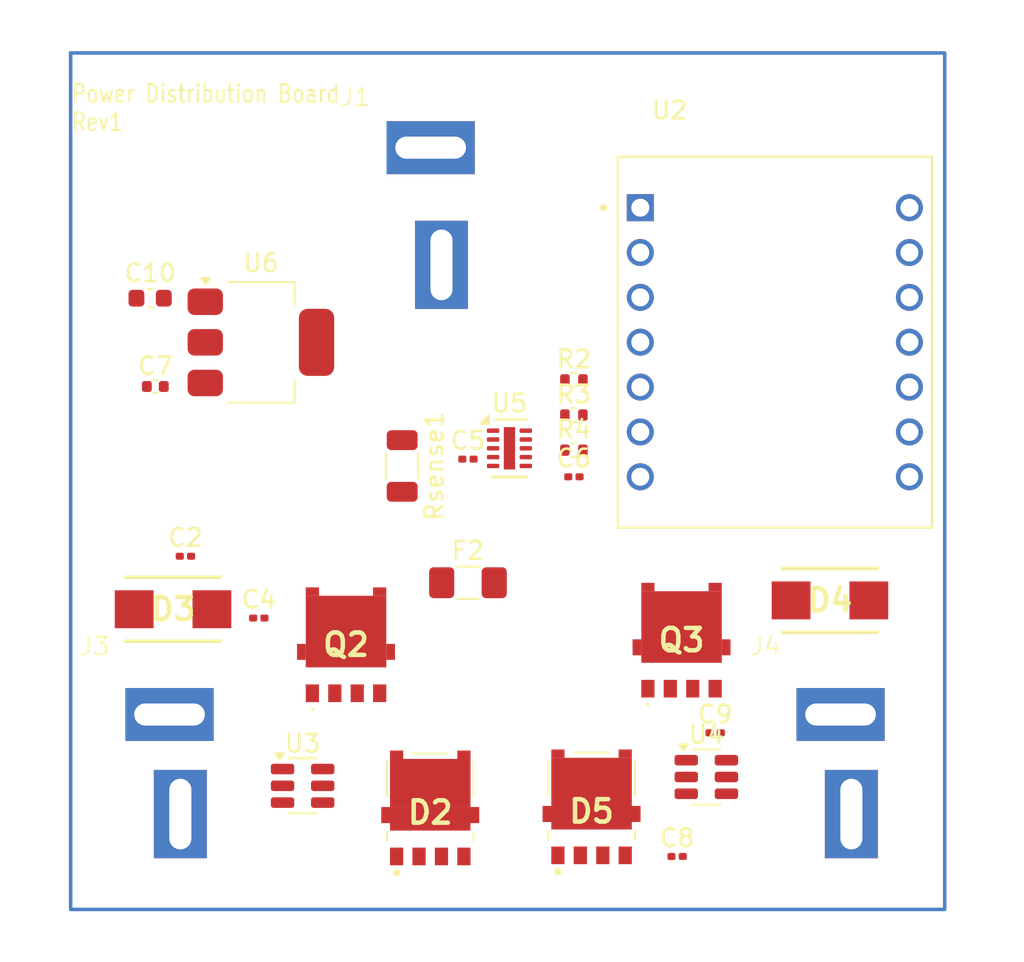
<source format=kicad_pcb>
(kicad_pcb (version 20240108) (generator "pcbnew") (generator_version "8.0")
  (layers (0 "F.Cu" signal) (1 "In1.Cu" signal) (2 "In2.Cu" signal) (31 "B.Cu" signal) (34 "B.Paste" user) (35 "F.Paste" user) (36 "B.SilkS" user "B.Silkscreen") (37 "F.SilkS" user "F.Silkscreen") (38 "B.Mask" user) (39 "F.Mask" user) (44 "Edge.Cuts" user))
  (net 0 "")
  (net 1 "Battery1")
  (net 2 "Net-(Q2-G)")
  (net 3 "Battery2")
  (net 4 "GND")
  (net 9 "Net-(J1-Pin_1)")
  (net 10 "Net-(U5-CFN)")
  (net 14 "Net-(U5-CFP)")
  (net 15 "3V3 ESP32")
  (net 16 "5 LinReg")
  (net 17 "Net-(U5-V_{REG})")
  (net 18 "Net-(U5-SENSEP)")
  (net 19 "Net-(U2-GPIO3{slash}A1{slash}D1)")
  (net 20 "Net-(U5-SENSEN)")
  (net 22 "Net-(U3-EN)")
  (net 23 "Net-(C7-Pad1)")
  (net 24 "Net-(U4-EN)")
  (net 26 "Battery1_Supply")
  (net 33 "Net-(Q3-G)")
  (net 35 "SDA")
  (net 36 "SCL")
  (footprint "Resistor_SMD:R_1206_3216Metric" (layer "F.Cu") (at 122.775 106.8875 -90)
    (property "Reference" "Rsense1" (at 0 -1.82 90) (layer "F.SilkS"))
    (property "Value" "50 mOhms")
    (fp_line (start -0.727064 0.91) (end 0.727064 0.91) (stroke (width 0.12)) (layer "F.SilkS"))
    (fp_line (start -0.727064 -0.91) (end 0.727064 -0.91) (stroke (width 0.12)) (layer "F.SilkS"))
    (pad "1" smd roundrect (at -1.4625 0 270) (size 1.125 1.75) (layers "F.Cu" "F.Paste" "F.Mask") (roundrect_rratio 0.222222) (net 9 "Net-(J1-Pin_1)"))
    (pad "2" smd roundrect (at 1.4625 0 270) (size 1.125 1.75) (layers "F.Cu" "F.Paste" "F.Mask") (roundrect_rratio 0.222222) (net 18 "Net-(U5-SENSEP)"))
  )
  (footprint "Resistor_SMD:R_0402_1005Metric" (layer "F.Cu") (at 132.5 102.01)
    (property "Reference" "R2" (at 0 -1.17 0) (layer "F.SilkS"))
    (property "Value" "2k")
    (fp_line (start -0.153641 -0.38) (end 0.153641 -0.38) (stroke (width 0.12)) (layer "F.SilkS"))
    (fp_line (start -0.153641 0.38) (end 0.153641 0.38) (stroke (width 0.12)) (layer "F.SilkS"))
    (pad "1" smd roundrect (at -0.51 0) (size 0.54 0.64) (layers "F.Cu" "F.Paste" "F.Mask") (net 15 "3V3 ESP32"))
    (pad "2" smd roundrect (at 0.51 0) (size 0.54 0.64) (layers "F.Cu" "F.Paste" "F.Mask") (net 19 "Net-(U2-GPIO3{slash}A1{slash}D1)"))
  )
  (footprint "21xt_footprints:SMBJ33CA" (layer "F.Cu") (at 147 114.5)
    (property "Reference" "D4" (at 0 0 0) (layer "F.SilkS") (effects (font (size 1.27 1.27) (thickness 0.254))))
    (property "Value" "SMBJ33CA" (hide yes))
    (fp_line (start -2.7 1.81) (end 2.7 1.81) (stroke (width 0.2)) (layer "F.SilkS"))
    (fp_line (start 2.7 -1.81) (end -2.7 -1.81) (stroke (width 0.2)) (layer "F.SilkS"))
    (pad "1" smd rect (at -2.2 0 90) (size 2.15 2.2) (layers "F.Cu" "F.Paste" "F.Mask") (net 4 "GND"))
    (pad "2" smd rect (at 2.2 0 90) (size 2.15 2.2) (layers "F.Cu" "F.Paste" "F.Mask") (net 1 "Battery1"))
  )
  (footprint "21xt_footprints:NTMFWS1D5N08XT1G" (layer "F.Cu") (at 138.595 116.752)
    (property "Reference" "Q3" (at 0 0.001 0) (layer "F.SilkS") (effects (font (size 1.27 1.27) (thickness 0.254))))
    (property "Value" "NVMFWS2D1N08XT1G" (hide yes))
    (fp_line (start -1.905 3.6) (end -1.905 3.6) (stroke (width 0.1)) (layer "F.SilkS"))
    (fp_line (start -1.905 3.7) (end -1.905 3.7) (stroke (width 0.1)) (layer "F.SilkS"))
    (fp_arc (start -1.905 3.6) (mid -1.855 3.65) (end -1.905 3.7) (stroke (width 0.1)) (layer "F.SilkS"))
    (fp_arc (start -1.905 3.7) (mid -1.955 3.65) (end -1.905 3.6) (stroke (width 0.1)) (layer "F.SilkS"))
    (pad "1" smd rect (at -1.905 2.748) (size 0.75 1) (layers "F.Cu" "F.Paste" "F.Mask"))
    (pad "2" smd rect (at -0.635 2.748) (size 0.75 1) (layers "F.Cu" "F.Paste" "F.Mask"))
    (pad "3" smd rect (at 0.635 2.748) (size 0.75 1) (layers "F.Cu" "F.Paste" "F.Mask"))
    (pad "4" smd rect (at 1.905 2.748) (size 0.75 1) (layers "F.Cu" "F.Paste" "F.Mask") (net 33 "Net-(Q3-G)"))
    (pad "5" smd rect (at 0 -0.745 90) (size 4.055 4.56) (layers "F.Cu" "F.Paste" "F.Mask") (net 26 "Battery1_Supply"))
    (pad "6" smd rect (at -1.905 -3.01 90) (size 0.475 0.75) (layers "F.Cu" "F.Paste" "F.Mask") (net 26 "Battery1_Supply"))
    (pad "7" smd rect (at -2.527 0.405) (size 0.495 0.905) (layers "F.Cu" "F.Paste" "F.Mask") (net 26 "Battery1_Supply"))
    (pad "8" smd rect (at 2.527 0.405) (size 0.495 0.905) (layers "F.Cu" "F.Paste" "F.Mask") (net 26 "Battery1_Supply"))
    (pad "9" smd rect (at 1.905 -3.01 90) (size 0.475 0.75) (layers "F.Cu" "F.Paste" "F.Mask") (net 26 "Battery1_Supply"))
  )
  (footprint "Capacitor_SMD:C_0201_0603Metric" (layer "F.Cu") (at 114.655 115.5)
    (property "Reference" "C4" (at 0 -1.05 0) (layer "F.SilkS"))
    (property "Value" "10 uF")
    (pad "1" smd roundrect (at -0.32 0) (size 0.46 0.4) (layers "F.Cu" "F.Mask") (net 22 "Net-(U3-EN)"))
    (pad "2" smd roundrect (at 0.32 0) (size 0.46 0.4) (layers "F.Cu" "F.Mask") (net 3 "Battery2"))
  )
  (footprint "21xt_footprints:Deans Connector Female" (layer "F.Cu") (at 120.1375 86.5)
    (property "Reference" "J1" (at 0 -0.5 0) (layer "F.SilkS") (effects (font (thickness 0.1))))
    (property "Value" "Conn_01x02")
    (pad "1" thru_hole rect (at 4.25 2.3625) (size 5 3) (drill oval 4 1.25) (layers "*.Cu" "*.Mask") (net 9 "Net-(J1-Pin_1)"))
    (pad "2" thru_hole rect (at 4.8625 9 90) (size 5 3) (drill oval 4 1.25) (layers "*.Cu" "*.Mask") (net 4 "GND"))
  )
  (footprint "Capacitor_SMD:C_0201_0603Metric" (layer "F.Cu") (at 110.5 112)
    (property "Reference" "C2" (at 0 -1.05 0) (layer "F.SilkS"))
    (property "Value" "10 uF")
    (pad "1" smd roundrect (at -0.32 0) (size 0.46 0.4) (layers "F.Cu" "F.Mask") (net 4 "GND"))
    (pad "2" smd roundrect (at 0.32 0) (size 0.46 0.4) (layers "F.Cu" "F.Mask") (net 3 "Battery2"))
  )
  (footprint "Package_TO_SOT_SMD:SOT-223-3_TabPin2" (layer "F.Cu") (at 114.775 99.8875)
    (property "Reference" "U6" (at 0 -4.5 0) (layer "F.SilkS"))
    (property "Value" "TLV76150DCY")
    (fp_line (start -1.85 -3.41) (end 1.91 -3.41) (stroke (width 0.12)) (layer "F.SilkS"))
    (fp_line (start -1.85 3.41) (end 1.91 3.41) (stroke (width 0.12)) (layer "F.SilkS"))
    (fp_line (start 1.91 -3.41) (end 1.91 -2.15) (stroke (width 0.12)) (layer "F.SilkS"))
    (fp_line (start 1.91 3.41) (end 1.91 2.15) (stroke (width 0.12)) (layer "F.SilkS"))
    (fp_poly (pts (xy -3.13 -3.31) (xy -3.37 -3.64) (xy -2.89 -3.64) (xy -3.13 -3.31)) (stroke (width 0.12)) (fill solid) (layer "F.SilkS"))
    (pad "1" smd roundrect (at -3.15 -2.3) (size 2 1.5) (layers "F.Cu" "F.Paste" "F.Mask") (net 4 "GND"))
    (pad "2" smd roundrect (at -3.15 0) (size 2 1.5) (layers "F.Cu" "F.Paste" "F.Mask") (net 16 "5 LinReg"))
    (pad "2" smd roundrect (at 3.15 0) (size 2 3.8) (layers "F.Cu" "F.Paste" "F.Mask") (net 16 "5 LinReg"))
    (pad "3" smd roundrect (at -3.15 2.3) (size 2 1.5) (layers "F.Cu" "F.Paste" "F.Mask") (net 9 "Net-(J1-Pin_1)"))
  )
  (footprint "Capacitor_SMD:C_0201_0603Metric" (layer "F.Cu") (at 138.345 129)
    (property "Reference" "C8" (at 0 -1.05 0) (layer "F.SilkS"))
    (property "Value" "10 uF")
    (pad "1" smd roundrect (at -0.32 0) (size 0.46 0.4) (layers "F.Cu" "F.Mask") (net 24 "Net-(U4-EN)"))
    (pad "2" smd roundrect (at 0.32 0) (size 0.46 0.4) (layers "F.Cu" "F.Mask") (net 1 "Battery1"))
  )
  (footprint "Capacitor_SMD:C_0201_0603Metric" (layer "F.Cu") (at 140.5 122)
    (property "Reference" "C9" (at 0 -1.05 0) (layer "F.SilkS"))
    (property "Value" "10 uF")
    (pad "1" smd roundrect (at -0.32 0) (size 0.46 0.4) (layers "F.Cu" "F.Mask") (net 4 "GND"))
    (pad "2" smd roundrect (at 0.32 0) (size 0.46 0.4) (layers "F.Cu" "F.Mask") (net 1 "Battery1"))
  )
  (footprint "Resistor_SMD:R_0402_1005Metric" (layer "F.Cu") (at 132.5 105.99)
    (property "Reference" "R4" (at 0 -1.17 0) (layer "F.SilkS"))
    (property "Value" "2k")
    (fp_line (start -0.153641 -0.38) (end 0.153641 -0.38) (stroke (width 0.12)) (layer "F.SilkS"))
    (fp_line (start -0.153641 0.38) (end 0.153641 0.38) (stroke (width 0.12)) (layer "F.SilkS"))
    (pad "1" smd roundrect (at -0.51 0) (size 0.54 0.64) (layers "F.Cu" "F.Paste" "F.Mask") (net 15 "3V3 ESP32"))
    (pad "2" smd roundrect (at 0.51 0) (size 0.54 0.64) (layers "F.Cu" "F.Paste" "F.Mask") (net 36 "SCL"))
  )
  (footprint "Capacitor_SMD:C_0603_1608Metric" (layer "F.Cu") (at 108.5 97.3875)
    (property "Reference" "C10" (at 0 -1.43 0) (layer "F.SilkS"))
    (property "Value" "100uF")
    (fp_line (start -0.14058 -0.51) (end 0.14058 -0.51) (stroke (width 0.12)) (layer "F.SilkS"))
    (fp_line (start -0.14058 0.51) (end 0.14058 0.51) (stroke (width 0.12)) (layer "F.SilkS"))
    (pad "1" smd roundrect (at -0.775 0) (size 0.9 0.95) (layers "F.Cu" "F.Paste" "F.Mask") (net 9 "Net-(J1-Pin_1)"))
    (pad "2" smd roundrect (at 0.775 0) (size 0.9 0.95) (layers "F.Cu" "F.Paste" "F.Mask") (net 4 "GND"))
  )
  (footprint "21xt_footprints:Deans Connector Male" (layer "F.Cu") (at 143.35 117.6)
    (property "Reference" "J4" (at 0 -0.5 0) (layer "F.SilkS") (effects (font (thickness 0.1))))
    (property "Value" "Conn_01x02")
    (pad "1" thru_hole rect (at 4.25 3.3625 180) (size 5 3) (drill oval 4 1.25) (layers "*.Cu" "*.Mask") (net 1 "Battery1"))
    (pad "2" thru_hole rect (at 4.8625 9 270) (size 5 3) (drill oval 4 1.25) (layers "*.Cu" "*.Mask") (net 4 "GND"))
  )
  (footprint "Capacitor_SMD:C_0402_1005Metric" (layer "F.Cu") (at 108.795 102.3875)
    (property "Reference" "C7" (at 0 -1.16 0) (layer "F.SilkS"))
    (property "Value" "10uF")
    (fp_line (start -0.107836 -0.36) (end 0.107836 -0.36) (stroke (width 0.12)) (layer "F.SilkS"))
    (fp_line (start -0.107836 0.36) (end 0.107836 0.36) (stroke (width 0.12)) (layer "F.SilkS"))
    (pad "1" smd roundrect (at -0.48 0) (size 0.56 0.62) (layers "F.Cu" "F.Paste" "F.Mask") (net 23 "Net-(C7-Pad1)"))
    (pad "2" smd roundrect (at 0.48 0) (size 0.56 0.62) (layers "F.Cu" "F.Paste" "F.Mask") (net 4 "GND"))
  )
  (footprint "Capacitor_SMD:C_0201_0603Metric" (layer "F.Cu") (at 132.5 107.5)
    (property "Reference" "C6" (at 0 -1.05 0) (layer "F.SilkS"))
    (property "Value" "1 uF")
    (pad "1" smd roundrect (at -0.32 0) (size 0.46 0.4) (layers "F.Cu" "F.Mask") (net 17 "Net-(U5-V_{REG})"))
    (pad "2" smd roundrect (at 0.32 0) (size 0.46 0.4) (layers "F.Cu" "F.Mask") (net 4 "GND"))
  )
  (footprint "Package_TO_SOT_SMD:SOT-23-6" (layer "F.Cu") (at 140 124.5)
    (property "Reference" "U4" (at 0 -2.4 0) (layer "F.SilkS"))
    (property "Value" "LM74700")
    (fp_line (start 0 -1.56) (end -0.8 -1.56) (stroke (width 0.12)) (layer "F.SilkS"))
    (fp_line (start 0 -1.56) (end 0.8 -1.56) (stroke (width 0.12)) (layer "F.SilkS"))
    (fp_line (start 0 1.56) (end -0.8 1.56) (stroke (width 0.12)) (layer "F.SilkS"))
    (fp_line (start 0 1.56) (end 0.8 1.56) (stroke (width 0.12)) (layer "F.SilkS"))
    (fp_poly (pts (xy -1.3 -1.51) (xy -1.54 -1.84) (xy -1.06 -1.84) (xy -1.3 -1.51)) (stroke (width 0.12)) (fill solid) (layer "F.SilkS"))
    (pad "1" smd roundrect (at -1.1375 -0.95) (size 1.325 0.6) (layers "F.Cu" "F.Paste" "F.Mask") (net 24 "Net-(U4-EN)"))
    (pad "2" smd roundrect (at -1.1375 0) (size 1.325 0.6) (layers "F.Cu" "F.Paste" "F.Mask") (net 4 "GND"))
    (pad "3" smd roundrect (at -1.1375 0.95) (size 1.325 0.6) (layers "F.Cu" "F.Paste" "F.Mask") (net 24 "Net-(U4-EN)"))
    (pad "4" smd roundrect (at 1.1375 0.95) (size 1.325 0.6) (layers "F.Cu" "F.Paste" "F.Mask") (net 26 "Battery1_Supply"))
    (pad "5" smd roundrect (at 1.1375 0) (size 1.325 0.6) (layers "F.Cu" "F.Paste" "F.Mask") (net 33 "Net-(Q3-G)"))
    (pad "6" smd roundrect (at 1.1375 -0.95) (size 1.325 0.6) (layers "F.Cu" "F.Paste" "F.Mask") (net 1 "Battery1"))
  )
  (footprint "Package_DFN_QFN:DFN-10-1EP_2x3mm_P0.5mm_EP0.64x2.4mm" (layer "F.Cu") (at 128.85 105.8875)
    (property "Reference" "U5" (at 0 -2.55 0) (layer "F.SilkS"))
    (property "Value" "LTC2959")
    (fp_line (start -1 1.625) (end 1 1.625) (stroke (width 0.15)) (layer "F.SilkS"))
    (fp_line (start -0.77 -1.625) (end 1 -1.625) (stroke (width 0.15)) (layer "F.SilkS"))
    (fp_poly (pts (xy -1.16 -1.39) (xy -1.64 -1.39) (xy -1.16 -1.87) (xy -1.16 -1.39)) (stroke (width 0.12)) (fill solid) (layer "F.SilkS"))
    (pad "1" smd roundrect (at -0.925 -1) (size 0.7 0.25) (layers "F.Cu" "F.Paste" "F.Mask") (net 16 "5 LinReg"))
    (pad "2" smd roundrect (at -0.925 -0.5) (size 0.7 0.25) (layers "F.Cu" "F.Paste" "F.Mask") (net 18 "Net-(U5-SENSEP)"))
    (pad "3" smd roundrect (at -0.925 0) (size 0.7 0.25) (layers "F.Cu" "F.Paste" "F.Mask") (net 14 "Net-(U5-CFP)"))
    (pad "4" smd roundrect (at -0.925 0.5) (size 0.7 0.25) (layers "F.Cu" "F.Paste" "F.Mask") (net 10 "Net-(U5-CFN)"))
    (pad "5" smd roundrect (at -0.925 1) (size 0.7 0.25) (layers "F.Cu" "F.Paste" "F.Mask") (net 20 "Net-(U5-SENSEN)"))
    (pad "6" smd roundrect (at 0.925 1) (size 0.7 0.25) (layers "F.Cu" "F.Paste" "F.Mask") (net 36 "SCL"))
    (pad "7" smd roundrect (at 0.925 0.5) (size 0.7 0.25) (layers "F.Cu" "F.Paste" "F.Mask") (net 35 "SDA"))
    (pad "8" smd roundrect (at 0.925 0) (size 0.7 0.25) (layers "F.Cu" "F.Paste" "F.Mask") (net 15 "3V3 ESP32"))
    (pad "9" smd roundrect (at 0.925 -0.5) (size 0.7 0.25) (layers "F.Cu" "F.Paste" "F.Mask") (net 17 "Net-(U5-V_{REG})"))
    (pad "10" smd roundrect (at 0.925 -1) (size 0.7 0.25) (layers "F.Cu" "F.Paste" "F.Mask") (net 4 "GND"))
    (pad "11" smd rect (at 0 0) (size 0.64 2.4) (layers "F.Cu" "F.Mask"))
  )
  (footprint "21xt_footprints:NRVTS10100EMFST1G" (layer "F.Cu") (at 122.46 129.021)
    (property "Reference" "D2" (at 1.905 -2.509 0) (layer "F.SilkS") (effects (font (size 1.27 1.27) (thickness 0.254))))
    (property "Value" "NRVB10100MFST1G" (hide yes))
    (fp_line (start -0.545 -5.4) (end -0.545 -3.4) (stroke (width 0.1)) (layer "F.SilkS"))
    (fp_line (start -0.545 -1.4) (end -0.545 -0.9) (stroke (width 0.1)) (layer "F.SilkS"))
    (fp_line (start -0.095 0.9) (end -0.095 0.9) (stroke (width 0.2)) (layer "F.SilkS"))
    (fp_line (start 0.105 0.9) (end 0.105 0.9) (stroke (width 0.2)) (layer "F.SilkS"))
    (fp_line (start 0.905 -5.85) (end 2.905 -5.85) (stroke (width 0.1)) (layer "F.SilkS"))
    (fp_line (start 4.355 -5.4) (end 4.355 -3.4) (stroke (width 0.1)) (layer "F.SilkS"))
    (fp_line (start 4.355 -1.4) (end 4.355 -0.9) (stroke (width 0.1)) (layer "F.SilkS"))
    (fp_arc (start -0.095 0.9) (mid 0.005 0.8) (end 0.105 0.9) (stroke (width 0.2)) (layer "F.SilkS"))
    (fp_arc (start 0.105 0.9) (mid 0.005 1) (end -0.095 0.9) (stroke (width 0.2)) (layer "F.SilkS"))
    (pad "1" smd rect (at 0 -0.021) (size 0.75 1) (layers "F.Cu" "F.Paste" "F.Mask") (net 3 "Battery2"))
    (pad "2" smd rect (at 1.27 -0.021) (size 0.75 1) (layers "F.Cu" "F.Paste" "F.Mask") (net 3 "Battery2"))
    (pad "3" smd rect (at 2.54 -0.021) (size 0.75 1) (layers "F.Cu" "F.Paste" "F.Mask") (net 3 "Battery2"))
    (pad "4" smd rect (at 3.81 -0.021) (size 0.75 1) (layers "F.Cu" "F.Paste" "F.Mask"))
    (pad "5" smd rect (at 3.81 -5.779 90) (size 0.475 0.75) (layers "F.Cu" "F.Paste" "F.Mask") (net 26 "Battery1_Supply"))
    (pad "6" smd rect (at 0 -5.779 90) (size 0.475 0.75) (layers "F.Cu" "F.Paste" "F.Mask") (net 26 "Battery1_Supply"))
    (pad "7" smd rect (at 1.905 -4.179 90) (size 2.73 4.56) (layers "F.Cu" "F.Paste" "F.Mask") (net 26 "Battery1_Supply"))
    (pad "8" smd rect (at 1.905 -2.364 90) (size 0.91 5.55) (layers "F.Cu" "F.Paste" "F.Mask") (net 26 "Battery1_Supply"))
    (pad "9" smd rect (at 1.905 -1.699 90) (size 0.43 4.56) (layers "F.Cu" "F.Paste" "F.Mask") (net 26 "Battery1_Supply"))
  )
  (footprint "21xt_footprints:esp32 c6 xiao" (layer "F.Cu") (at 143.88 99.88)
    (property "Reference" "U2" (at -5.975 -13.135 0) (layer "F.SilkS"))
    (property "Value" "XIAO-ESP32-C3-DIP")
    (fp_line (start -8.9 -10.5) (end -8.9 10.5) (stroke (width 0.127)) (layer "F.SilkS"))
    (fp_line (start -8.9 10.5) (end 8.9 10.5) (stroke (width 0.127)) (layer "F.SilkS"))
    (fp_line (start 8.9 -10.5) (end -8.9 -10.5) (stroke (width 0.127)) (layer "F.SilkS"))
    (fp_line (start 8.9 10.5) (end 8.9 -10.5) (stroke (width 0.127)) (layer "F.SilkS"))
    (fp_circle (center -9.7 -7.62) (end -9.6 -7.62) (stroke (width 0.2)) (fill none) (layer "F.SilkS"))
    (pad "1" thru_hole rect (at -7.62 -7.62) (size 1.53 1.53) (drill 1.02) (layers "*.Cu" "*.Mask"))
    (pad "2" thru_hole circle (at -7.62 -5.08) (size 1.53 1.53) (drill 1.02) (layers "*.Cu" "*.Mask") (net 19 "Net-(U2-GPIO3{slash}A1{slash}D1)"))
    (pad "3" thru_hole circle (at -7.62 -2.54) (size 1.53 1.53) (drill 1.02) (layers "*.Cu" "*.Mask"))
    (pad "4" thru_hole circle (at -7.62 0) (size 1.53 1.53) (drill 1.02) (layers "*.Cu" "*.Mask"))
    (pad "5" thru_hole circle (at -7.62 2.54) (size 1.53 1.53) (drill 1.02) (layers "*.Cu" "*.Mask") (net 35 "SDA"))
    (pad "6" thru_hole circle (at -7.62 5.08) (size 1.53 1.53) (drill 1.02) (layers "*.Cu" "*.Mask") (net 36 "SCL"))
    (pad "7" thru_hole circle (at -7.62 7.62) (size 1.53 1.53) (drill 1.02) (layers "*.Cu" "*.Mask"))
    (pad "8" thru_hole circle (at 7.62 7.62) (size 1.53 1.53) (drill 1.02) (layers "*.Cu" "*.Mask"))
    (pad "9" thru_hole circle (at 7.62 5.08) (size 1.53 1.53) (drill 1.02) (layers "*.Cu" "*.Mask"))
    (pad "10" thru_hole circle (at 7.62 2.54) (size 1.53 1.53) (drill 1.02) (layers "*.Cu" "*.Mask"))
    (pad "11" thru_hole circle (at 7.62 0) (size 1.53 1.53) (drill 1.02) (layers "*.Cu" "*.Mask"))
    (pad "12" thru_hole circle (at 7.62 -2.54) (size 1.53 1.53) (drill 1.02) (layers "*.Cu" "*.Mask") (net 15 "3V3 ESP32"))
    (pad "13" thru_hole circle (at 7.62 -5.08) (size 1.53 1.53) (drill 1.02) (layers "*.Cu" "*.Mask") (net 4 "GND"))
    (pad "14" thru_hole circle (at 7.62 -7.62) (size 1.53 1.53) (drill 1.02) (layers "*.Cu" "*.Mask") (net 16 "5 LinReg"))
  )
  (footprint "21xt_footprints:Deans Connector Male" (layer "F.Cu") (at 105.35 117.6)
    (property "Reference" "J3" (at 0 -0.5 0) (layer "F.SilkS") (effects (font (thickness 0.1))))
    (property "Value" "Conn_01x02")
    (pad "1" thru_hole rect (at 4.25 3.3625 180) (size 5 3) (drill oval 4 1.25) (layers "*.Cu" "*.Mask") (net 3 "Battery2"))
    (pad "2" thru_hole rect (at 4.8625 9 270) (size 5 3) (drill oval 4 1.25) (layers "*.Cu" "*.Mask") (net 4 "GND"))
  )
  (footprint "Resistor_SMD:R_0402_1005Metric" (layer "F.Cu") (at 132.5 104)
    (property "Reference" "R3" (at 0 -1.17 0) (layer "F.SilkS"))
    (property "Value" "2k")
    (fp_line (start -0.153641 -0.38) (end 0.153641 -0.38) (stroke (width 0.12)) (layer "F.SilkS"))
    (fp_line (start -0.153641 0.38) (end 0.153641 0.38) (stroke (width 0.12)) (layer "F.SilkS"))
    (pad "1" smd roundrect (at -0.51 0) (size 0.54 0.64) (layers "F.Cu" "F.Paste" "F.Mask") (net 15 "3V3 ESP32"))
    (pad "2" smd roundrect (at 0.51 0) (size 0.54 0.64) (layers "F.Cu" "F.Paste" "F.Mask") (net 35 "SDA"))
  )
  (footprint "21xt_footprints:NRVTS10100EMFST1G" (layer "F.Cu") (at 131.595 128.95825)
    (property "Reference" "D5" (at 1.905 -2.509 0) (layer "F.SilkS") (effects (font (size 1.27 1.27) (thickness 0.254))))
    (property "Value" "NRVB10100MFST1G" (hide yes))
    (fp_line (start -0.545 -5.4) (end -0.545 -3.4) (stroke (width 0.1)) (layer "F.SilkS"))
    (fp_line (start -0.545 -1.4) (end -0.545 -0.9) (stroke (width 0.1)) (layer "F.SilkS"))
    (fp_line (start -0.095 0.9) (end -0.095 0.9) (stroke (width 0.2)) (layer "F.SilkS"))
    (fp_line (start 0.105 0.9) (end 0.105 0.9) (stroke (width 0.2)) (layer "F.SilkS"))
    (fp_line (start 0.905 -5.85) (end 2.905 -5.85) (stroke (width 0.1)) (layer "F.SilkS"))
    (fp_line (start 4.355 -5.4) (end 4.355 -3.4) (stroke (width 0.1)) (layer "F.SilkS"))
    (fp_line (start 4.355 -1.4) (end 4.355 -0.9) (stroke (width 0.1)) (layer "F.SilkS"))
    (fp_arc (start -0.095 0.9) (mid 0.005 0.8) (end 0.105 0.9) (stroke (width 0.2)) (layer "F.SilkS"))
    (fp_arc (start 0.105 0.9) (mid 0.005 1) (end -0.095 0.9) (stroke (width 0.2)) (layer "F.SilkS"))
    (pad "1" smd rect (at 0 -0.021) (size 0.75 1) (layers "F.Cu" "F.Paste" "F.Mask") (net 1 "Battery1"))
    (pad "2" smd rect (at 1.27 -0.021) (size 0.75 1) (layers "F.Cu" "F.Paste" "F.Mask") (net 1 "Battery1"))
    (pad "3" smd rect (at 2.54 -0.021) (size 0.75 1) (layers "F.Cu" "F.Paste" "F.Mask") (net 1 "Battery1"))
    (pad "4" smd rect (at 3.81 -0.021) (size 0.75 1) (layers "F.Cu" "F.Paste" "F.Mask"))
    (pad "5" smd rect (at 3.81 -5.779 90) (size 0.475 0.75) (layers "F.Cu" "F.Paste" "F.Mask") (net 26 "Battery1_Supply"))
    (pad "6" smd rect (at 0 -5.779 90) (size 0.475 0.75) (layers "F.Cu" "F.Paste" "F.Mask") (net 26 "Battery1_Supply"))
    (pad "7" smd rect (at 1.905 -4.179 90) (size 2.73 4.56) (layers "F.Cu" "F.Paste" "F.Mask") (net 26 "Battery1_Supply"))
    (pad "8" smd rect (at 1.905 -2.364 90) (size 0.91 5.55) (layers "F.Cu" "F.Paste" "F.Mask") (net 26 "Battery1_Supply"))
    (pad "9" smd rect (at 1.905 -1.699 90) (size 0.43 4.56) (layers "F.Cu" "F.Paste" "F.Mask") (net 26 "Battery1_Supply"))
  )
  (footprint "Fuse:Fuse_1206_3216Metric_Pad1.42x1.75mm_HandSolder" (layer "F.Cu") (at 126.5 113.5)
    (property "Reference" "F2" (at 0 -1.82 0) (layer "F.SilkS"))
    (property "Value" "Fuse")
    (fp_line (start -0.602064 -0.91) (end 0.602064 -0.91) (stroke (width 0.12)) (layer "F.SilkS"))
    (fp_line (start -0.602064 0.91) (end 0.602064 0.91) (stroke (width 0.12)) (layer "F.SilkS"))
    (pad "1" smd roundrect (at -1.4875 0) (size 1.425 1.75) (layers "F.Cu" "F.Paste" "F.Mask") (roundrect_rratio 0.175439) (net 26 "Battery1_Supply"))
    (pad "2" smd roundrect (at 1.4875 0) (size 1.425 1.75) (layers "F.Cu" "F.Paste" "F.Mask") (roundrect_rratio 0.175439) (net 23 "Net-(C7-Pad1)"))
  )
  (footprint "Package_TO_SOT_SMD:SOT-23-6" (layer "F.Cu") (at 117.1375 125)
    (property "Reference" "U3" (at 0 -2.4 0) (layer "F.SilkS"))
    (property "Value" "LM74700")
    (fp_line (start 0 -1.56) (end -0.8 -1.56) (stroke (width 0.12)) (layer "F.SilkS"))
    (fp_line (start 0 -1.56) (end 0.8 -1.56) (stroke (width 0.12)) (layer "F.SilkS"))
    (fp_line (start 0 1.56) (end -0.8 1.56) (stroke (width 0.12)) (layer "F.SilkS"))
    (fp_line (start 0 1.56) (end 0.8 1.56) (stroke (width 0.12)) (layer "F.SilkS"))
    (fp_poly (pts (xy -1.3 -1.51) (xy -1.54 -1.84) (xy -1.06 -1.84) (xy -1.3 -1.51)) (stroke (width 0.12)) (fill solid) (layer "F.SilkS"))
    (pad "1" smd roundrect (at -1.1375 -0.95) (size 1.325 0.6) (layers "F.Cu" "F.Paste" "F.Mask") (net 22 "Net-(U3-EN)"))
    (pad "2" smd roundrect (at -1.1375 0) (size 1.325 0.6) (layers "F.Cu" "F.Paste" "F.Mask") (net 4 "GND"))
    (pad "3" smd roundrect (at -1.1375 0.95) (size 1.325 0.6) (layers "F.Cu" "F.Paste" "F.Mask") (net 22 "Net-(U3-EN)"))
    (pad "4" smd roundrect (at 1.1375 0.95) (size 1.325 0.6) (layers "F.Cu" "F.Paste" "F.Mask") (net 26 "Battery1_Supply"))
    (pad "5" smd roundrect (at 1.1375 0) (size 1.325 0.6) (layers "F.Cu" "F.Paste" "F.Mask") (net 2 "Net-(Q2-G)"))
    (pad "6" smd roundrect (at 1.1375 -0.95) (size 1.325 0.6) (layers "F.Cu" "F.Paste" "F.Mask") (net 3 "Battery2"))
  )
  (footprint "21xt_footprints:NTMFWS1D5N08XT1G" (layer "F.Cu") (at 119.595 117.01)
    (property "Reference" "Q2" (at 0 0.001 0) (layer "F.SilkS") (effects (font (size 1.27 1.27) (thickness 0.254))))
    (property "Value" "NVMFWS2D1N08XT1G" (hide yes))
    (fp_line (start -1.905 3.6) (end -1.905 3.6) (stroke (width 0.1)) (layer "F.SilkS"))
    (fp_line (start -1.905 3.7) (end -1.905 3.7) (stroke (width 0.1)) (layer "F.SilkS"))
    (fp_arc (start -1.905 3.6) (mid -1.855 3.65) (end -1.905 3.7) (stroke (width 0.1)) (layer "F.SilkS"))
    (fp_arc (start -1.905 3.7) (mid -1.955 3.65) (end -1.905 3.6) (stroke (width 0.1)) (layer "F.SilkS"))
    (pad "1" smd rect (at -1.905 2.748) (size 0.75 1) (layers "F.Cu" "F.Paste" "F.Mask"))
    (pad "2" smd rect (at -0.635 2.748) (size 0.75 1) (layers "F.Cu" "F.Paste" "F.Mask"))
    (pad "3" smd rect (at 0.635 2.748) (size 0.75 1) (layers "F.Cu" "F.Paste" "F.Mask"))
    (pad "4" smd rect (at 1.905 2.748) (size 0.75 1) (layers "F.Cu" "F.Paste" "F.Mask") (net 2 "Net-(Q2-G)"))
    (pad "5" smd rect (at 0 -0.745 90) (size 4.055 4.56) (layers "F.Cu" "F.Paste" "F.Mask") (net 26 "Battery1_Supply"))
    (pad "6" smd rect (at -1.905 -3.01 90) (size 0.475 0.75) (layers "F.Cu" "F.Paste" "F.Mask") (net 26 "Battery1_Supply"))
    (pad "7" smd rect (at -2.527 0.405) (size 0.495 0.905) (layers "F.Cu" "F.Paste" "F.Mask") (net 26 "Battery1_Supply"))
    (pad "8" smd rect (at 2.527 0.405) (size 0.495 0.905) (layers "F.Cu" "F.Paste" "F.Mask") (net 26 "Battery1_Supply"))
    (pad "9" smd rect (at 1.905 -3.01 90) (size 0.475 0.75) (layers "F.Cu" "F.Paste" "F.Mask") (net 26 "Battery1_Supply"))
  )
  (footprint "Capacitor_SMD:C_0201_0603Metric" (layer "F.Cu") (at 126.5 106.5)
    (property "Reference" "C5" (at 0 -1.05 0) (layer "F.SilkS"))
    (property "Value" "470 nF")
    (pad "1" smd roundrect (at -0.32 0) (size 0.46 0.4) (layers "F.Cu" "F.Mask") (net 14 "Net-(U5-CFP)"))
    (pad "2" smd roundrect (at 0.32 0) (size 0.46 0.4) (layers "F.Cu" "F.Mask") (net 10 "Net-(U5-CFN)"))
  )
  (footprint "21xt_footprints:SMBJ33CA" (layer "F.Cu") (at 109.8 115)
    (property "Reference" "D3" (at 0 0 0) (layer "F.SilkS") (effects (font (size 1.27 1.27) (thickness 0.254))))
    (property "Value" "SMBJ33CA" (hide yes))
    (fp_line (start -2.7 1.81) (end 2.7 1.81) (stroke (width 0.2)) (layer "F.SilkS"))
    (fp_line (start 2.7 -1.81) (end -2.7 -1.81) (stroke (width 0.2)) (layer "F.SilkS"))
    (pad "1" smd rect (at -2.2 0 90) (size 2.15 2.2) (layers "F.Cu" "F.Paste" "F.Mask") (net 4 "GND"))
    (pad "2" smd rect (at 2.2 0 90) (size 2.15 2.2) (layers "F.Cu" "F.Paste" "F.Mask") (net 3 "Battery2"))
  )
  (gr_rect (start 104 83.5) (end 153.5 132) (stroke (width 0.2)) (fill none) (layer "B.Cu"))
  (gr_text "Power Distribution Board\nRev1" (at 104 88 0) (layer "F.SilkS") (effects (font (size 1 0.8) (thickness 0.125) (bold yes)) (justify left bottom)))
)
</source>
